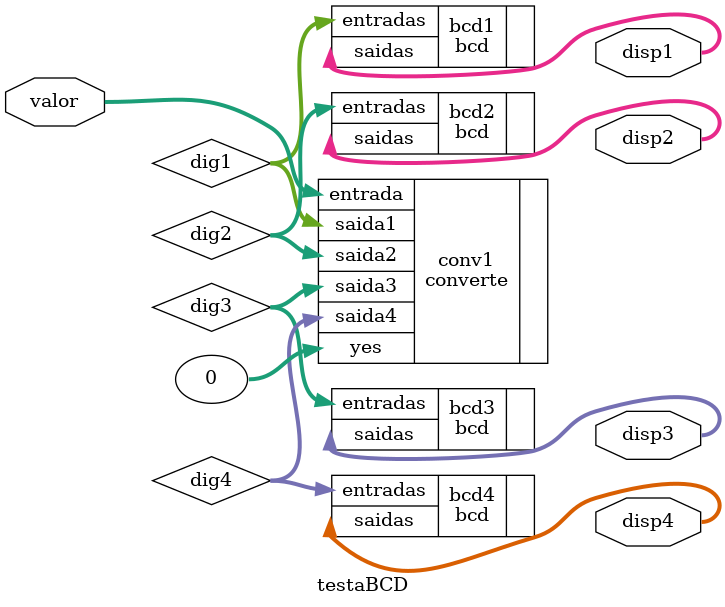
<source format=v>
module testaBCD(
	input [31:0] valor,
	output [6:0] disp1,
	output [6:0] disp2,
	output [6:0] disp3,
	output [6:0] disp4);
	
	wire [3:0] dig1;
	wire [3:0] dig2;
	wire [3:0] dig3;
	wire [3:0] dig4;
	
	converte conv1(
		.entrada(valor),
		.saida1(dig1),
		.saida2(dig2),
		.saida3(dig3),
		.saida4(dig4),
		.yes(0));
	
	bcd bcd1(
		.entradas(dig1),
		.saidas(disp1));
	
	bcd bcd2(
		.entradas(dig2),
		.saidas(disp2));
		
	bcd bcd3(
		.entradas(dig3),
		.saidas(disp3));
		
	bcd bcd4(
		.entradas(dig4),
		.saidas(disp4));
	

endmodule

</source>
